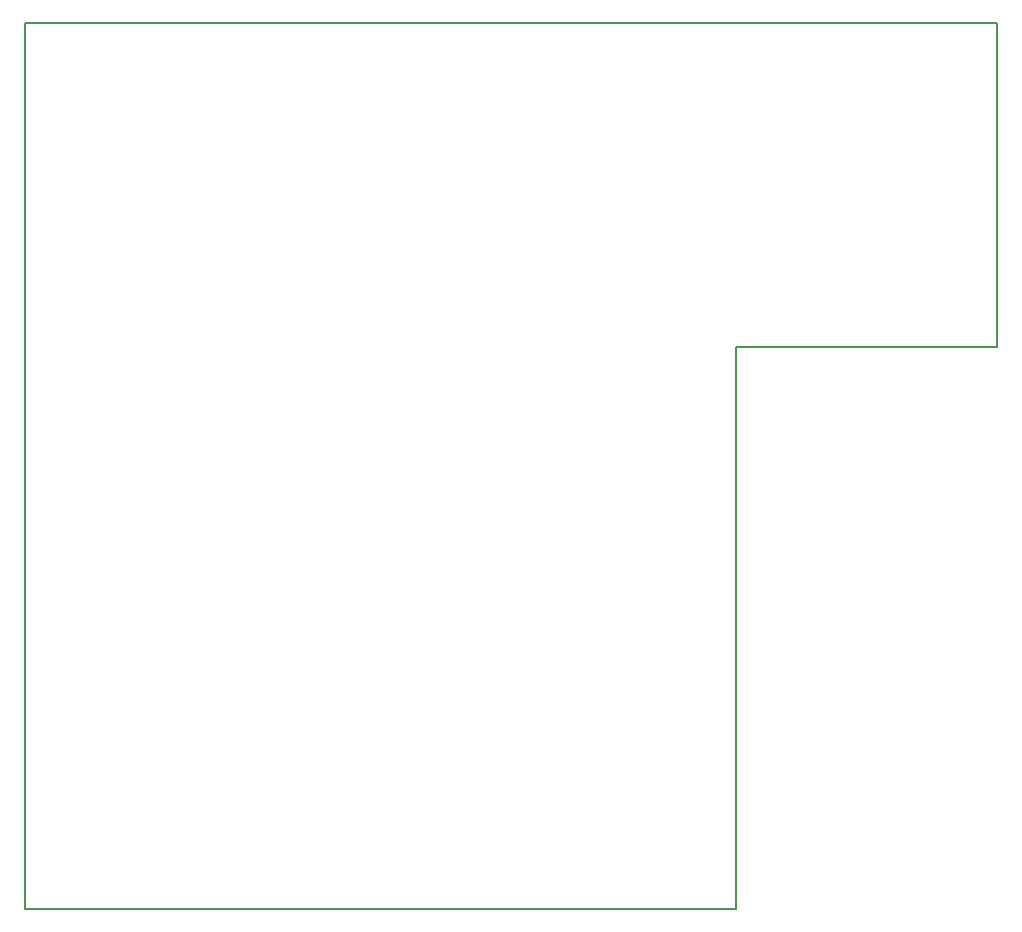
<source format=gbr>
G04 #@! TF.FileFunction,Profile,NP*
%FSLAX46Y46*%
G04 Gerber Fmt 4.6, Leading zero omitted, Abs format (unit mm)*
G04 Created by KiCad (PCBNEW 4.0.6+dfsg1-1) date Fri Sep 29 01:28:00 2017*
%MOMM*%
%LPD*%
G01*
G04 APERTURE LIST*
%ADD10C,0.100000*%
%ADD11C,0.150000*%
G04 APERTURE END LIST*
D10*
D11*
X77650000Y-54000000D02*
X77650000Y-101550000D01*
X99760000Y-54000000D02*
X77650000Y-54000000D01*
X77650000Y-101550000D02*
X17460000Y-101550000D01*
X99760000Y-26550000D02*
X99760000Y-54000000D01*
X17460000Y-26550000D02*
X99760000Y-26550000D01*
X17460000Y-101550000D02*
X17460000Y-26550000D01*
M02*

</source>
